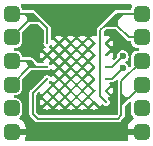
<source format=gbr>
%TF.GenerationSoftware,KiCad,Pcbnew,7.0.11*%
%TF.CreationDate,2024-12-11T11:32:47-03:00*%
%TF.ProjectId,Placa_SiPM,506c6163-615f-4536-9950-4d2e6b696361,rev?*%
%TF.SameCoordinates,Original*%
%TF.FileFunction,Copper,L1,Top*%
%TF.FilePolarity,Positive*%
%FSLAX46Y46*%
G04 Gerber Fmt 4.6, Leading zero omitted, Abs format (unit mm)*
G04 Created by KiCad (PCBNEW 7.0.11) date 2024-12-11 11:32:47*
%MOMM*%
%LPD*%
G01*
G04 APERTURE LIST*
G04 Aperture macros list*
%AMRoundRect*
0 Rectangle with rounded corners*
0 $1 Rounding radius*
0 $2 $3 $4 $5 $6 $7 $8 $9 X,Y pos of 4 corners*
0 Add a 4 corners polygon primitive as box body*
4,1,4,$2,$3,$4,$5,$6,$7,$8,$9,$2,$3,0*
0 Add four circle primitives for the rounded corners*
1,1,$1+$1,$2,$3*
1,1,$1+$1,$4,$5*
1,1,$1+$1,$6,$7*
1,1,$1+$1,$8,$9*
0 Add four rect primitives between the rounded corners*
20,1,$1+$1,$2,$3,$4,$5,0*
20,1,$1+$1,$4,$5,$6,$7,0*
20,1,$1+$1,$6,$7,$8,$9,0*
20,1,$1+$1,$8,$9,$2,$3,0*%
G04 Aperture macros list end*
%TA.AperFunction,SMDPad,CuDef*%
%ADD10C,0.203200*%
%TD*%
%TA.AperFunction,ComponentPad*%
%ADD11RoundRect,0.337500X-0.337500X-0.337500X0.337500X-0.337500X0.337500X0.337500X-0.337500X0.337500X0*%
%TD*%
%TA.AperFunction,ComponentPad*%
%ADD12RoundRect,0.337500X0.337500X0.337500X-0.337500X0.337500X-0.337500X-0.337500X0.337500X-0.337500X0*%
%TD*%
%TA.AperFunction,ViaPad*%
%ADD13C,0.600000*%
%TD*%
%TA.AperFunction,Conductor*%
%ADD14C,0.200000*%
%TD*%
G04 APERTURE END LIST*
D10*
%TO.P,U1,A1,CATHODE*%
%TO.N,Cat*%
X148000000Y-120500000D03*
%TO.P,U1,A2,NC*%
%TO.N,GND*%
X149000000Y-120500000D03*
%TO.P,U1,A3,NC*%
X150000000Y-120500000D03*
%TO.P,U1,A4,NC*%
X151000000Y-120500000D03*
%TO.P,U1,A5,NC*%
X152000000Y-120500000D03*
%TO.P,U1,A6,NC*%
X153000000Y-120500000D03*
%TO.P,U1,B1,NC*%
X148000000Y-121500000D03*
%TO.P,U1,B2,NC*%
X149000000Y-121500000D03*
%TO.P,U1,B3,NC*%
X150000000Y-121500000D03*
%TO.P,U1,B4,NC*%
X151000000Y-121500000D03*
%TO.P,U1,B5,NC*%
X152000000Y-121500000D03*
%TO.P,U1,B6,NC*%
X153000000Y-121500000D03*
%TO.P,U1,C1,ANODE*%
%TO.N,An*%
X148000000Y-122500000D03*
%TO.P,U1,C2,NC*%
%TO.N,GND*%
X149000000Y-122500000D03*
%TO.P,U1,C3,NC*%
X150000000Y-122500000D03*
%TO.P,U1,C4,NC*%
X151000000Y-122500000D03*
%TO.P,U1,C5,NC*%
X152000000Y-122500000D03*
%TO.P,U1,C6,FAST_OUTPUT*%
%TO.N,Fout*%
X153000000Y-122500000D03*
%TO.P,U1,D1,ANODE*%
%TO.N,An2*%
X148000000Y-123500000D03*
%TO.P,U1,D2,NC*%
%TO.N,GND*%
X149000000Y-123500000D03*
%TO.P,U1,D3,NC*%
X150000000Y-123500000D03*
%TO.P,U1,D4,NC*%
X151000000Y-123500000D03*
%TO.P,U1,D5,NC*%
X152000000Y-123500000D03*
%TO.P,U1,D6,FAST_OUTPUT*%
%TO.N,Fout2*%
X153000000Y-123500000D03*
%TO.P,U1,E1,NC*%
%TO.N,GND*%
X148000000Y-124500000D03*
%TO.P,U1,E2,NC*%
X149000000Y-124500000D03*
%TO.P,U1,E3,NC*%
X150000000Y-124500000D03*
%TO.P,U1,E4,NC*%
X151000000Y-124500000D03*
%TO.P,U1,E5,NC*%
X152000000Y-124500000D03*
%TO.P,U1,E6,NC*%
X153000000Y-124500000D03*
%TO.P,U1,F1,NC*%
X148000000Y-125500000D03*
%TO.P,U1,F2,NC*%
X149000000Y-125500000D03*
%TO.P,U1,F3,NC*%
X150000000Y-125500000D03*
%TO.P,U1,F4,NC*%
X151000000Y-125500000D03*
%TO.P,U1,F5,NC*%
X152000000Y-125500000D03*
%TO.P,U1,F6,CATHODE*%
%TO.N,Cat2*%
X153000000Y-125500000D03*
%TD*%
D11*
%TO.P,J1,1,Pin_1*%
%TO.N,Cat*%
X145000000Y-118000000D03*
%TO.P,J1,2,Pin_2*%
X145000000Y-120000000D03*
%TO.P,J1,3,Pin_3*%
%TO.N,An*%
X145000000Y-122000000D03*
%TO.P,J1,4,Pin_4*%
X145000000Y-124000000D03*
%TO.P,J1,5,Pin_5*%
%TO.N,Fout*%
X145000000Y-126000000D03*
%TO.P,J1,6,Pin_6*%
%TO.N,GND*%
X145000000Y-128000000D03*
%TD*%
D12*
%TO.P,J2,1,Pin_1*%
%TO.N,GND*%
X156000000Y-128000000D03*
%TO.P,J2,2,Pin_2*%
%TO.N,Fout2*%
X156000000Y-126000000D03*
%TO.P,J2,3,Pin_3*%
%TO.N,An2*%
X156000000Y-124000000D03*
%TO.P,J2,4,Pin_4*%
X156000000Y-122000000D03*
%TO.P,J2,5,Pin_5*%
%TO.N,Cat2*%
X156000000Y-120000000D03*
%TO.P,J2,6,Pin_6*%
X156000000Y-118000000D03*
%TD*%
D13*
%TO.N,Fout*%
X154400000Y-121600000D03*
%TO.N,GND*%
X150300000Y-118600000D03*
X148900000Y-127600000D03*
X151500000Y-118000000D03*
X149900000Y-118000000D03*
X149700000Y-128400000D03*
X152100000Y-127600000D03*
X149500000Y-118600000D03*
X150700000Y-118000000D03*
X148900000Y-128400000D03*
X148700000Y-118600000D03*
X149100000Y-118000000D03*
X148300000Y-118000000D03*
X151900000Y-118600000D03*
X151100000Y-118600000D03*
X150500000Y-128400000D03*
X155100000Y-121000000D03*
X151300000Y-128400000D03*
X152100000Y-128400000D03*
X152300000Y-118000000D03*
%TO.N,Fout2*%
X154400000Y-122600000D03*
%TD*%
D14*
%TO.N,Cat*%
X146100000Y-118000000D02*
X145000000Y-118000000D01*
X148000000Y-120500000D02*
X148000000Y-119200000D01*
X146800000Y-118000000D02*
X146100000Y-118000000D01*
X146400000Y-118300000D02*
X146100000Y-118000000D01*
X146400000Y-118600000D02*
X145000000Y-120000000D01*
X147400000Y-118600000D02*
X146800000Y-118000000D01*
X146400000Y-118600000D02*
X146400000Y-118300000D01*
X147400000Y-118600000D02*
X146400000Y-118600000D01*
X148000000Y-119200000D02*
X147400000Y-118600000D01*
%TO.N,An*%
X146800000Y-122500000D02*
X146700000Y-122500000D01*
X146500000Y-122500000D02*
X146500000Y-122300000D01*
X146500000Y-122300000D02*
X146200000Y-122000000D01*
X146600000Y-122000000D02*
X146400000Y-122000000D01*
X146500000Y-122500000D02*
X145000000Y-124000000D01*
X146400000Y-122000000D02*
X146200000Y-122000000D01*
X146200000Y-122000000D02*
X145000000Y-122000000D01*
X147100000Y-122500000D02*
X146600000Y-122000000D01*
X146700000Y-122500000D02*
X146500000Y-122500000D01*
X147100000Y-122500000D02*
X146900000Y-122500000D01*
X146900000Y-122500000D02*
X146800000Y-122500000D01*
X148000000Y-122500000D02*
X147100000Y-122500000D01*
%TO.N,Fout*%
X153500000Y-122500000D02*
X154400000Y-121600000D01*
X153000000Y-122500000D02*
X153500000Y-122500000D01*
%TO.N,Fout2*%
X153500000Y-123500000D02*
X154400000Y-122600000D01*
X153000000Y-123500000D02*
X153500000Y-123500000D01*
%TO.N,An2*%
X156000000Y-122000000D02*
X154300000Y-123700000D01*
X146800000Y-126500000D02*
X147200000Y-126900000D01*
X154900000Y-125100000D02*
X154600000Y-125100000D01*
X154300000Y-126600000D02*
X154300000Y-125700000D01*
X154300000Y-124800000D02*
X154600000Y-125100000D01*
X148000000Y-123500000D02*
X146800000Y-124700000D01*
X154000000Y-126900000D02*
X154300000Y-126600000D01*
X154300000Y-125400000D02*
X154300000Y-125700000D01*
X154300000Y-125200000D02*
X154300000Y-125400000D01*
X146800000Y-124700000D02*
X146800000Y-126500000D01*
X154300000Y-123700000D02*
X154300000Y-124800000D01*
X154300000Y-124800000D02*
X154300000Y-125000000D01*
X154900000Y-125100000D02*
X154750000Y-125250000D01*
X147200000Y-126900000D02*
X154000000Y-126900000D01*
X156000000Y-124000000D02*
X154900000Y-125100000D01*
X154300000Y-125000000D02*
X154300000Y-125200000D01*
X154750000Y-125250000D02*
X154300000Y-125700000D01*
%TO.N,Cat2*%
X154900000Y-120000000D02*
X153900000Y-119000000D01*
X153900000Y-119000000D02*
X152900000Y-119000000D01*
X153900000Y-118500000D02*
X154400000Y-118000000D01*
X152500000Y-125000000D02*
X152500000Y-119400000D01*
X153900000Y-118000000D02*
X153900000Y-118500000D01*
X153000000Y-125500000D02*
X152500000Y-125000000D01*
X153900000Y-118500000D02*
X153900000Y-119000000D01*
X152500000Y-119400000D02*
X152900000Y-119000000D01*
X152900000Y-119000000D02*
X153900000Y-118000000D01*
X153900000Y-118000000D02*
X154400000Y-118000000D01*
X154400000Y-118000000D02*
X156000000Y-118000000D01*
X156000000Y-120000000D02*
X154900000Y-120000000D01*
%TD*%
%TA.AperFunction,Conductor*%
%TO.N,An2*%
G36*
X154510203Y-125010649D02*
G01*
X154516681Y-125016681D01*
X154600000Y-125100000D01*
X154600001Y-125100000D01*
X154615671Y-125106491D01*
X154660604Y-125119685D01*
X154706359Y-125172489D01*
X154716303Y-125241647D01*
X154687278Y-125305203D01*
X154681246Y-125311681D01*
X154516681Y-125476246D01*
X154455358Y-125509731D01*
X154385666Y-125504747D01*
X154329733Y-125462875D01*
X154305316Y-125397411D01*
X154305000Y-125388565D01*
X154305000Y-125104362D01*
X154324685Y-125037323D01*
X154377489Y-124991568D01*
X154446647Y-124981624D01*
X154510203Y-125010649D01*
G37*
%TD.AperFunction*%
%TD*%
%TA.AperFunction,Conductor*%
%TO.N,Cat*%
G36*
X146814318Y-118024685D02*
G01*
X146840756Y-118047820D01*
X146840828Y-118047754D01*
X146841446Y-118048424D01*
X146841781Y-118048717D01*
X146842544Y-118049615D01*
X146842549Y-118049620D01*
X147176247Y-118383319D01*
X147209732Y-118444642D01*
X147204748Y-118514334D01*
X147162876Y-118570267D01*
X147097412Y-118594684D01*
X147088566Y-118595000D01*
X146565468Y-118595000D01*
X146541518Y-118595940D01*
X146533727Y-118596554D01*
X146465350Y-118582189D01*
X146415594Y-118533137D01*
X146400000Y-118472936D01*
X146400000Y-118300000D01*
X146316681Y-118216681D01*
X146283196Y-118155358D01*
X146288180Y-118085666D01*
X146330052Y-118029733D01*
X146395516Y-118005316D01*
X146404362Y-118005000D01*
X146747279Y-118005000D01*
X146814318Y-118024685D01*
G37*
%TD.AperFunction*%
%TD*%
%TA.AperFunction,Conductor*%
%TO.N,GND*%
G36*
X155196520Y-117219407D02*
G01*
X155232484Y-117268907D01*
X155232484Y-117330093D01*
X155217213Y-117359319D01*
X155189138Y-117396341D01*
X155134883Y-117533920D01*
X155125470Y-117612305D01*
X155099759Y-117667826D01*
X155046324Y-117697631D01*
X155027176Y-117699500D01*
X154465165Y-117699500D01*
X154451489Y-117697267D01*
X154451318Y-117698494D01*
X154442234Y-117697226D01*
X154395359Y-117699394D01*
X154390787Y-117699500D01*
X153965170Y-117699500D01*
X153951489Y-117697267D01*
X153951318Y-117698493D01*
X153935260Y-117696252D01*
X153928207Y-117695599D01*
X153890662Y-117699078D01*
X153881528Y-117699500D01*
X153872156Y-117699500D01*
X153872151Y-117699500D01*
X153872149Y-117699501D01*
X153872016Y-117699526D01*
X153858430Y-117701100D01*
X153834450Y-117702209D01*
X153830009Y-117702415D01*
X153830007Y-117702415D01*
X153823138Y-117704030D01*
X153816333Y-117705967D01*
X153815924Y-117706171D01*
X153790015Y-117714855D01*
X153789567Y-117714938D01*
X153789564Y-117714939D01*
X153765382Y-117729912D01*
X153753258Y-117736303D01*
X153727232Y-117747794D01*
X153721432Y-117751767D01*
X153715769Y-117756044D01*
X153715468Y-117756375D01*
X153694436Y-117773840D01*
X153694049Y-117774079D01*
X153676907Y-117796778D01*
X153667909Y-117807118D01*
X152727235Y-118747793D01*
X152727229Y-118747799D01*
X152720280Y-118754747D01*
X152702404Y-118768905D01*
X152694050Y-118774078D01*
X152676907Y-118796778D01*
X152667909Y-118807117D01*
X152333592Y-119141435D01*
X152322361Y-119149550D01*
X152323090Y-119150515D01*
X152315771Y-119156041D01*
X152284141Y-119190737D01*
X152280989Y-119194038D01*
X152267830Y-119207198D01*
X152267818Y-119207212D01*
X152267749Y-119207314D01*
X152259255Y-119218035D01*
X152240083Y-119239066D01*
X152240083Y-119239067D01*
X152236529Y-119248240D01*
X152225896Y-119268412D01*
X152220346Y-119276515D01*
X152220341Y-119276524D01*
X152213830Y-119304206D01*
X152209777Y-119317296D01*
X152199501Y-119343823D01*
X152199500Y-119343829D01*
X152199500Y-119353651D01*
X152196870Y-119376318D01*
X152194621Y-119385879D01*
X152198551Y-119414053D01*
X152199500Y-119427730D01*
X152199500Y-119806585D01*
X152180593Y-119864776D01*
X152131093Y-119900740D01*
X152087579Y-119904738D01*
X152000002Y-119893209D01*
X151999999Y-119893209D01*
X151842952Y-119913884D01*
X151696602Y-119974505D01*
X151652233Y-120008549D01*
X151652233Y-120008550D01*
X151999999Y-120356316D01*
X152000000Y-120356316D01*
X152073680Y-120429996D01*
X152101457Y-120484513D01*
X152091886Y-120544945D01*
X152073680Y-120570004D01*
X151652234Y-120991449D01*
X151652370Y-120993525D01*
X151652370Y-121006473D01*
X151652233Y-121008549D01*
X151999999Y-121356316D01*
X152000000Y-121356316D01*
X152073680Y-121429996D01*
X152101457Y-121484513D01*
X152091886Y-121544945D01*
X152073680Y-121570004D01*
X151652234Y-121991449D01*
X151652370Y-121993525D01*
X151652370Y-122006473D01*
X151652233Y-122008549D01*
X151999999Y-122356316D01*
X152000000Y-122356316D01*
X152073680Y-122429996D01*
X152101457Y-122484513D01*
X152091886Y-122544945D01*
X152073680Y-122570004D01*
X151652234Y-122991449D01*
X151652370Y-122993525D01*
X151652370Y-123006473D01*
X151652233Y-123008549D01*
X151999999Y-123356316D01*
X152000000Y-123356316D01*
X152073680Y-123429996D01*
X152101457Y-123484513D01*
X152091886Y-123544945D01*
X152073680Y-123570004D01*
X151652234Y-123991449D01*
X151652370Y-123993525D01*
X151652370Y-124006473D01*
X151652233Y-124008549D01*
X151999999Y-124356316D01*
X152000000Y-124356316D01*
X152073680Y-124429996D01*
X152101457Y-124484513D01*
X152091886Y-124544945D01*
X152073680Y-124570004D01*
X151652234Y-124991449D01*
X151652370Y-124993525D01*
X151652370Y-125006473D01*
X151652233Y-125008549D01*
X151999999Y-125356316D01*
X152000000Y-125356316D01*
X152491449Y-125847764D01*
X152525496Y-125803395D01*
X152525498Y-125803391D01*
X152572166Y-125690724D01*
X152611902Y-125644198D01*
X152671397Y-125629914D01*
X152727925Y-125653328D01*
X152733634Y-125658605D01*
X152745953Y-125670924D01*
X152761684Y-125691425D01*
X152765008Y-125697182D01*
X152846620Y-125765662D01*
X152855062Y-125768734D01*
X152875034Y-125779001D01*
X152876514Y-125779654D01*
X152876516Y-125779654D01*
X152876520Y-125779657D01*
X152895007Y-125784004D01*
X152906176Y-125787338D01*
X152946732Y-125802100D01*
X152960453Y-125802100D01*
X152983121Y-125804730D01*
X152983615Y-125804846D01*
X152985881Y-125805379D01*
X153000685Y-125803313D01*
X153002585Y-125803049D01*
X153016261Y-125802100D01*
X153053266Y-125802100D01*
X153053268Y-125802100D01*
X153070712Y-125795750D01*
X153090895Y-125790729D01*
X153097151Y-125789857D01*
X153109585Y-125782930D01*
X153123873Y-125776401D01*
X153153380Y-125765662D01*
X153171411Y-125750531D01*
X153186870Y-125739884D01*
X153195299Y-125735190D01*
X153202478Y-125726543D01*
X153215003Y-125713953D01*
X153234992Y-125697182D01*
X153249341Y-125672326D01*
X153258913Y-125658582D01*
X153260189Y-125657045D01*
X153267071Y-125648758D01*
X153269615Y-125641166D01*
X153277746Y-125623126D01*
X153288260Y-125604918D01*
X153294189Y-125571287D01*
X153297814Y-125557030D01*
X153302773Y-125542236D01*
X153302560Y-125537644D01*
X153303958Y-125515886D01*
X153306760Y-125500000D01*
X153299813Y-125460604D01*
X153298416Y-125448002D01*
X153297585Y-125430009D01*
X153297160Y-125429048D01*
X153290229Y-125406254D01*
X153288260Y-125395082D01*
X153265878Y-125356315D01*
X153265009Y-125354809D01*
X153260180Y-125345295D01*
X153259532Y-125343827D01*
X153252206Y-125327235D01*
X153252205Y-125327234D01*
X153252205Y-125327233D01*
X153248648Y-125322040D01*
X153238311Y-125308567D01*
X153234991Y-125302817D01*
X153193539Y-125268034D01*
X153187171Y-125262200D01*
X153158605Y-125233634D01*
X153130828Y-125179117D01*
X153140399Y-125118685D01*
X153183664Y-125075420D01*
X153190724Y-125072166D01*
X153303391Y-125025498D01*
X153303395Y-125025496D01*
X153347764Y-124991449D01*
X152926319Y-124570004D01*
X152898542Y-124515487D01*
X152900995Y-124499999D01*
X153143684Y-124499999D01*
X153491449Y-124847764D01*
X153525496Y-124803395D01*
X153525498Y-124803391D01*
X153586113Y-124657053D01*
X153586115Y-124657045D01*
X153606791Y-124500000D01*
X153606791Y-124499999D01*
X153586115Y-124342951D01*
X153525496Y-124196606D01*
X153491448Y-124152234D01*
X153143684Y-124499999D01*
X152900995Y-124499999D01*
X152908113Y-124455055D01*
X152926320Y-124429996D01*
X153000001Y-124356316D01*
X153347764Y-124008550D01*
X153308006Y-123978042D01*
X153273351Y-123927617D01*
X153274953Y-123866453D01*
X153312200Y-123817911D01*
X153368274Y-123800500D01*
X153434836Y-123800500D01*
X153448511Y-123802732D01*
X153448683Y-123801506D01*
X153457764Y-123802772D01*
X153457765Y-123802773D01*
X153457765Y-123802772D01*
X153457766Y-123802773D01*
X153504642Y-123800606D01*
X153509214Y-123800500D01*
X153527842Y-123800500D01*
X153527844Y-123800500D01*
X153527948Y-123800480D01*
X153541571Y-123798898D01*
X153569992Y-123797585D01*
X153578976Y-123793617D01*
X153600777Y-123786865D01*
X153610433Y-123785061D01*
X153634618Y-123770086D01*
X153646728Y-123763701D01*
X153672765Y-123752206D01*
X153679709Y-123745260D01*
X153697601Y-123731089D01*
X153705952Y-123725919D01*
X153723089Y-123703223D01*
X153732082Y-123692887D01*
X153827168Y-123597801D01*
X153881683Y-123570026D01*
X153942115Y-123579597D01*
X153985380Y-123622862D01*
X153993900Y-123676662D01*
X153995044Y-123676715D01*
X153994787Y-123682262D01*
X153994951Y-123683294D01*
X153994675Y-123684698D01*
X153994620Y-123685876D01*
X153998551Y-123714053D01*
X153999500Y-123727730D01*
X153999500Y-124734835D01*
X153997280Y-124748513D01*
X153998494Y-124748683D01*
X153997226Y-124757766D01*
X153999394Y-124804641D01*
X153999500Y-124809213D01*
X153999500Y-125653651D01*
X153996870Y-125676318D01*
X153995972Y-125680139D01*
X153994621Y-125685881D01*
X153998536Y-125713949D01*
X153998551Y-125714053D01*
X153999500Y-125727730D01*
X153999500Y-126434521D01*
X153980593Y-126492712D01*
X153970504Y-126504525D01*
X153904525Y-126570504D01*
X153850008Y-126598281D01*
X153834521Y-126599500D01*
X147365480Y-126599500D01*
X147307289Y-126580593D01*
X147295476Y-126570504D01*
X147129496Y-126404524D01*
X147101719Y-126350007D01*
X147100500Y-126334520D01*
X147100500Y-125991449D01*
X147652233Y-125991449D01*
X147696601Y-126025494D01*
X147696606Y-126025497D01*
X147842946Y-126086113D01*
X147842954Y-126086115D01*
X147999999Y-126106791D01*
X148000001Y-126106791D01*
X148157045Y-126086115D01*
X148157053Y-126086113D01*
X148303391Y-126025498D01*
X148303395Y-126025496D01*
X148347764Y-125991449D01*
X148652233Y-125991449D01*
X148696601Y-126025494D01*
X148696606Y-126025497D01*
X148842946Y-126086113D01*
X148842954Y-126086115D01*
X148999999Y-126106791D01*
X149000001Y-126106791D01*
X149157045Y-126086115D01*
X149157053Y-126086113D01*
X149303391Y-126025498D01*
X149303395Y-126025496D01*
X149347764Y-125991449D01*
X149652233Y-125991449D01*
X149696601Y-126025494D01*
X149696606Y-126025497D01*
X149842946Y-126086113D01*
X149842954Y-126086115D01*
X149999999Y-126106791D01*
X150000001Y-126106791D01*
X150157045Y-126086115D01*
X150157053Y-126086113D01*
X150303391Y-126025498D01*
X150303395Y-126025496D01*
X150347764Y-125991449D01*
X150652233Y-125991449D01*
X150696601Y-126025494D01*
X150696606Y-126025497D01*
X150842946Y-126086113D01*
X150842954Y-126086115D01*
X150999999Y-126106791D01*
X151000001Y-126106791D01*
X151157045Y-126086115D01*
X151157053Y-126086113D01*
X151303391Y-126025498D01*
X151303395Y-126025496D01*
X151347764Y-125991449D01*
X151652233Y-125991449D01*
X151696601Y-126025494D01*
X151696606Y-126025497D01*
X151842946Y-126086113D01*
X151842954Y-126086115D01*
X151999999Y-126106791D01*
X152000001Y-126106791D01*
X152157045Y-126086115D01*
X152157053Y-126086113D01*
X152303391Y-126025498D01*
X152303395Y-126025496D01*
X152347764Y-125991449D01*
X151999999Y-125643684D01*
X151652233Y-125991448D01*
X151652233Y-125991449D01*
X151347764Y-125991449D01*
X150999999Y-125643684D01*
X150652233Y-125991448D01*
X150652233Y-125991449D01*
X150347764Y-125991449D01*
X149999999Y-125643684D01*
X149652233Y-125991448D01*
X149652233Y-125991449D01*
X149347764Y-125991449D01*
X148999999Y-125643684D01*
X148652233Y-125991448D01*
X148652233Y-125991449D01*
X148347764Y-125991449D01*
X147999999Y-125643684D01*
X147652233Y-125991448D01*
X147652233Y-125991449D01*
X147100500Y-125991449D01*
X147100500Y-125500000D01*
X147393209Y-125500000D01*
X147413884Y-125657045D01*
X147413886Y-125657053D01*
X147474502Y-125803393D01*
X147474505Y-125803398D01*
X147508549Y-125847764D01*
X147508550Y-125847764D01*
X147856315Y-125500000D01*
X147856314Y-125499999D01*
X148143684Y-125499999D01*
X148491450Y-125847765D01*
X148493531Y-125847629D01*
X148506476Y-125847629D01*
X148508550Y-125847764D01*
X148856315Y-125500000D01*
X148856314Y-125499999D01*
X149143684Y-125499999D01*
X149491450Y-125847765D01*
X149493531Y-125847629D01*
X149506476Y-125847629D01*
X149508550Y-125847764D01*
X149856315Y-125500000D01*
X149856314Y-125499999D01*
X150143684Y-125499999D01*
X150491450Y-125847765D01*
X150493531Y-125847629D01*
X150506476Y-125847629D01*
X150508550Y-125847764D01*
X150856315Y-125500000D01*
X150856314Y-125499999D01*
X151143684Y-125499999D01*
X151491450Y-125847765D01*
X151493531Y-125847629D01*
X151506476Y-125847629D01*
X151508550Y-125847764D01*
X151856315Y-125500000D01*
X151508548Y-125152233D01*
X151506473Y-125152370D01*
X151493525Y-125152370D01*
X151491449Y-125152233D01*
X151143684Y-125499999D01*
X150856314Y-125499999D01*
X150508548Y-125152233D01*
X150506473Y-125152370D01*
X150493525Y-125152370D01*
X150491449Y-125152233D01*
X150143684Y-125499999D01*
X149856314Y-125499999D01*
X149508548Y-125152233D01*
X149506473Y-125152370D01*
X149493525Y-125152370D01*
X149491449Y-125152233D01*
X149143684Y-125499999D01*
X148856314Y-125499999D01*
X148508548Y-125152233D01*
X148506473Y-125152370D01*
X148493525Y-125152370D01*
X148491449Y-125152233D01*
X148143684Y-125499999D01*
X147856314Y-125499999D01*
X147508549Y-125152234D01*
X147474505Y-125196602D01*
X147413884Y-125342952D01*
X147393209Y-125499999D01*
X147393209Y-125500000D01*
X147100500Y-125500000D01*
X147100500Y-125008548D01*
X147652233Y-125008548D01*
X148000000Y-125356315D01*
X148347765Y-125008549D01*
X148347765Y-125008548D01*
X148652233Y-125008548D01*
X149000000Y-125356315D01*
X149347765Y-125008549D01*
X149347765Y-125008548D01*
X149652233Y-125008548D01*
X150000000Y-125356315D01*
X150347765Y-125008549D01*
X150347765Y-125008548D01*
X150652233Y-125008548D01*
X151000000Y-125356315D01*
X151347765Y-125008549D01*
X151347629Y-125006473D01*
X151347629Y-124993529D01*
X151347765Y-124991450D01*
X150999999Y-124643684D01*
X150652233Y-124991449D01*
X150652370Y-124993525D01*
X150652370Y-125006473D01*
X150652233Y-125008548D01*
X150347765Y-125008548D01*
X150347629Y-125006473D01*
X150347629Y-124993529D01*
X150347765Y-124991450D01*
X149999999Y-124643684D01*
X149652233Y-124991449D01*
X149652370Y-124993525D01*
X149652370Y-125006473D01*
X149652233Y-125008548D01*
X149347765Y-125008548D01*
X149347629Y-125006473D01*
X149347629Y-124993529D01*
X149347765Y-124991450D01*
X148999999Y-124643684D01*
X148652233Y-124991449D01*
X148652370Y-124993525D01*
X148652370Y-125006473D01*
X148652233Y-125008548D01*
X148347765Y-125008548D01*
X148347629Y-125006473D01*
X148347629Y-124993529D01*
X148347765Y-124991450D01*
X147999999Y-124643684D01*
X147652233Y-124991449D01*
X147652370Y-124993525D01*
X147652370Y-125006473D01*
X147652233Y-125008548D01*
X147100500Y-125008548D01*
X147100500Y-124865477D01*
X147119407Y-124807286D01*
X147129484Y-124795486D01*
X147266368Y-124658602D01*
X147320882Y-124630827D01*
X147381314Y-124640398D01*
X147424579Y-124683663D01*
X147427833Y-124690723D01*
X147474502Y-124803393D01*
X147474505Y-124803398D01*
X147508549Y-124847764D01*
X147508550Y-124847764D01*
X147856317Y-124499999D01*
X148143684Y-124499999D01*
X148491450Y-124847765D01*
X148493531Y-124847629D01*
X148506476Y-124847629D01*
X148508550Y-124847764D01*
X148856315Y-124500000D01*
X148856314Y-124499999D01*
X149143684Y-124499999D01*
X149491450Y-124847765D01*
X149493531Y-124847629D01*
X149506476Y-124847629D01*
X149508550Y-124847764D01*
X149856315Y-124500000D01*
X149856314Y-124499999D01*
X150143684Y-124499999D01*
X150491450Y-124847765D01*
X150493531Y-124847629D01*
X150506476Y-124847629D01*
X150508550Y-124847764D01*
X150856315Y-124500000D01*
X150856314Y-124499999D01*
X151143684Y-124499999D01*
X151491450Y-124847765D01*
X151493531Y-124847629D01*
X151506476Y-124847629D01*
X151508550Y-124847764D01*
X151856315Y-124500000D01*
X151508548Y-124152233D01*
X151506473Y-124152370D01*
X151493525Y-124152370D01*
X151491449Y-124152233D01*
X151143684Y-124499999D01*
X150856314Y-124499999D01*
X150508548Y-124152233D01*
X150506473Y-124152370D01*
X150493525Y-124152370D01*
X150491449Y-124152233D01*
X150143684Y-124499999D01*
X149856314Y-124499999D01*
X149508548Y-124152233D01*
X149506473Y-124152370D01*
X149493525Y-124152370D01*
X149491449Y-124152233D01*
X149143684Y-124499999D01*
X148856314Y-124499999D01*
X148508548Y-124152233D01*
X148506473Y-124152370D01*
X148493525Y-124152370D01*
X148491449Y-124152233D01*
X148143684Y-124499999D01*
X147856317Y-124499999D01*
X148000001Y-124356316D01*
X148347764Y-124008550D01*
X148347764Y-124008549D01*
X148347763Y-124008548D01*
X148652233Y-124008548D01*
X149000000Y-124356315D01*
X149347765Y-124008549D01*
X149347765Y-124008548D01*
X149652233Y-124008548D01*
X150000000Y-124356315D01*
X150347765Y-124008549D01*
X150347765Y-124008548D01*
X150652233Y-124008548D01*
X151000000Y-124356315D01*
X151347765Y-124008549D01*
X151347629Y-124006473D01*
X151347629Y-123993529D01*
X151347765Y-123991450D01*
X150999999Y-123643684D01*
X150652233Y-123991449D01*
X150652370Y-123993525D01*
X150652370Y-124006473D01*
X150652233Y-124008548D01*
X150347765Y-124008548D01*
X150347629Y-124006473D01*
X150347629Y-123993529D01*
X150347765Y-123991450D01*
X149999999Y-123643684D01*
X149652233Y-123991449D01*
X149652370Y-123993525D01*
X149652370Y-124006473D01*
X149652233Y-124008548D01*
X149347765Y-124008548D01*
X149347629Y-124006473D01*
X149347629Y-123993529D01*
X149347765Y-123991450D01*
X148999999Y-123643684D01*
X148652233Y-123991449D01*
X148652370Y-123993525D01*
X148652370Y-124006473D01*
X148652233Y-124008548D01*
X148347763Y-124008548D01*
X148303398Y-123974505D01*
X148303395Y-123974503D01*
X148190721Y-123927832D01*
X148144196Y-123888095D01*
X148129912Y-123828600D01*
X148153327Y-123772072D01*
X148158580Y-123766389D01*
X148187182Y-123737787D01*
X148193524Y-123731975D01*
X148234992Y-123697182D01*
X148248456Y-123673859D01*
X148293923Y-123632918D01*
X148354773Y-123626519D01*
X148407762Y-123657110D01*
X148425658Y-123685472D01*
X148474502Y-123803393D01*
X148474505Y-123803398D01*
X148508549Y-123847764D01*
X148508550Y-123847764D01*
X148856315Y-123500000D01*
X148856314Y-123499999D01*
X149143684Y-123499999D01*
X149491450Y-123847765D01*
X149493531Y-123847629D01*
X149506476Y-123847629D01*
X149508550Y-123847764D01*
X149856315Y-123500000D01*
X149856314Y-123499999D01*
X150143684Y-123499999D01*
X150491450Y-123847765D01*
X150493531Y-123847629D01*
X150506476Y-123847629D01*
X150508550Y-123847764D01*
X150856315Y-123500000D01*
X150856314Y-123499999D01*
X151143684Y-123499999D01*
X151491450Y-123847765D01*
X151493531Y-123847629D01*
X151506476Y-123847629D01*
X151508550Y-123847764D01*
X151856315Y-123500000D01*
X151508548Y-123152233D01*
X151506473Y-123152370D01*
X151493525Y-123152370D01*
X151491449Y-123152233D01*
X151143684Y-123499999D01*
X150856314Y-123499999D01*
X150508548Y-123152233D01*
X150506473Y-123152370D01*
X150493525Y-123152370D01*
X150491449Y-123152233D01*
X150143684Y-123499999D01*
X149856314Y-123499999D01*
X149508548Y-123152233D01*
X149506473Y-123152370D01*
X149493525Y-123152370D01*
X149491449Y-123152233D01*
X149143684Y-123499999D01*
X148856314Y-123499999D01*
X148508549Y-123152234D01*
X148474505Y-123196602D01*
X148425658Y-123314527D01*
X148385921Y-123361053D01*
X148326426Y-123375336D01*
X148269898Y-123351921D01*
X148248457Y-123326140D01*
X148234993Y-123302819D01*
X148234992Y-123302818D01*
X148153380Y-123234338D01*
X148153377Y-123234337D01*
X148153376Y-123234336D01*
X148053270Y-123197900D01*
X148052839Y-123197824D01*
X148043431Y-123197171D01*
X148029970Y-123197794D01*
X148025397Y-123197900D01*
X147946732Y-123197900D01*
X147946731Y-123197900D01*
X147946198Y-123197994D01*
X147936525Y-123200881D01*
X147930010Y-123202413D01*
X147912760Y-123210030D01*
X147906636Y-123212493D01*
X147874806Y-123224079D01*
X147846620Y-123234338D01*
X147846619Y-123234338D01*
X147846616Y-123234340D01*
X147845074Y-123235635D01*
X147834526Y-123242203D01*
X147834804Y-123242608D01*
X147827235Y-123247793D01*
X147812821Y-123262205D01*
X147806462Y-123268032D01*
X147765007Y-123302818D01*
X147765006Y-123302819D01*
X147761681Y-123308578D01*
X147745954Y-123329073D01*
X146633590Y-124441437D01*
X146622361Y-124449550D01*
X146623090Y-124450515D01*
X146615771Y-124456041D01*
X146584141Y-124490737D01*
X146580989Y-124494038D01*
X146567830Y-124507198D01*
X146567818Y-124507212D01*
X146567749Y-124507314D01*
X146559255Y-124518035D01*
X146540083Y-124539066D01*
X146540083Y-124539067D01*
X146536529Y-124548240D01*
X146525896Y-124568412D01*
X146520346Y-124576515D01*
X146520341Y-124576524D01*
X146513830Y-124604206D01*
X146509777Y-124617296D01*
X146499501Y-124643823D01*
X146499500Y-124643829D01*
X146499500Y-124653651D01*
X146496870Y-124676318D01*
X146495143Y-124683663D01*
X146494621Y-124685881D01*
X146497222Y-124704525D01*
X146498551Y-124714053D01*
X146499500Y-124727730D01*
X146499500Y-126434835D01*
X146497280Y-126448513D01*
X146498494Y-126448683D01*
X146497226Y-126457766D01*
X146499394Y-126504641D01*
X146499500Y-126509213D01*
X146499500Y-126527844D01*
X146499522Y-126527966D01*
X146501101Y-126541577D01*
X146502414Y-126569987D01*
X146502415Y-126569994D01*
X146506384Y-126578982D01*
X146513132Y-126600772D01*
X146514939Y-126610433D01*
X146523140Y-126623678D01*
X146529912Y-126634617D01*
X146536301Y-126646738D01*
X146541460Y-126658420D01*
X146547794Y-126672765D01*
X146554745Y-126679716D01*
X146568907Y-126697596D01*
X146574081Y-126705952D01*
X146596781Y-126723094D01*
X146607117Y-126732088D01*
X146941436Y-127066407D01*
X146949537Y-127077647D01*
X146950516Y-127076909D01*
X146956044Y-127084230D01*
X146990724Y-127115845D01*
X146994032Y-127119003D01*
X147007203Y-127132174D01*
X147007295Y-127132237D01*
X147018042Y-127140750D01*
X147039064Y-127159914D01*
X147039065Y-127159914D01*
X147039067Y-127159916D01*
X147048230Y-127163466D01*
X147068416Y-127174105D01*
X147076519Y-127179656D01*
X147104215Y-127186170D01*
X147117293Y-127190220D01*
X147143827Y-127200500D01*
X147153652Y-127200500D01*
X147176316Y-127203129D01*
X147185881Y-127205379D01*
X147213645Y-127201506D01*
X147214054Y-127201449D01*
X147227731Y-127200500D01*
X153934836Y-127200500D01*
X153948511Y-127202732D01*
X153948683Y-127201506D01*
X153957764Y-127202772D01*
X153957765Y-127202773D01*
X153957765Y-127202772D01*
X153957766Y-127202773D01*
X154004642Y-127200606D01*
X154009214Y-127200500D01*
X154027842Y-127200500D01*
X154027844Y-127200500D01*
X154027948Y-127200480D01*
X154041571Y-127198898D01*
X154069992Y-127197585D01*
X154078976Y-127193617D01*
X154100777Y-127186865D01*
X154110433Y-127185061D01*
X154134618Y-127170086D01*
X154146728Y-127163701D01*
X154172765Y-127152206D01*
X154179709Y-127145260D01*
X154197601Y-127131089D01*
X154205952Y-127125919D01*
X154223089Y-127103223D01*
X154232082Y-127092887D01*
X154466405Y-126858564D01*
X154477664Y-126850493D01*
X154476905Y-126849487D01*
X154484221Y-126843961D01*
X154484228Y-126843958D01*
X154515877Y-126809239D01*
X154518995Y-126805974D01*
X154532174Y-126792797D01*
X154532238Y-126792702D01*
X154540753Y-126781953D01*
X154559916Y-126760933D01*
X154563465Y-126751770D01*
X154574106Y-126731582D01*
X154579656Y-126723481D01*
X154586169Y-126695785D01*
X154590220Y-126682706D01*
X154600500Y-126656173D01*
X154600500Y-126646348D01*
X154603129Y-126623683D01*
X154605379Y-126614119D01*
X154601449Y-126585944D01*
X154600500Y-126572268D01*
X154600500Y-125865478D01*
X154619407Y-125807287D01*
X154629496Y-125795475D01*
X154795057Y-125629914D01*
X154965731Y-125459239D01*
X155020246Y-125431463D01*
X155080678Y-125441034D01*
X155123943Y-125484299D01*
X155134027Y-125541048D01*
X155124500Y-125620377D01*
X155124500Y-126379620D01*
X155134883Y-126466079D01*
X155180042Y-126580593D01*
X155189138Y-126603658D01*
X155278500Y-126721500D01*
X155278504Y-126721503D01*
X155278506Y-126721505D01*
X155307903Y-126743797D01*
X155342846Y-126794023D01*
X155341593Y-126855195D01*
X155304624Y-126903948D01*
X155292073Y-126911372D01*
X155208789Y-126952677D01*
X155208784Y-126952680D01*
X155066812Y-127066800D01*
X155066800Y-127066812D01*
X154952680Y-127208784D01*
X154952675Y-127208792D01*
X154871741Y-127371982D01*
X154871738Y-127371988D01*
X154827774Y-127548769D01*
X154827773Y-127548774D01*
X154825000Y-127589661D01*
X154825000Y-127749999D01*
X154825001Y-127750000D01*
X155684314Y-127750000D01*
X155672359Y-127761955D01*
X155614835Y-127874852D01*
X155595014Y-128000000D01*
X155614835Y-128125148D01*
X155672359Y-128238045D01*
X155684314Y-128250000D01*
X154825002Y-128250000D01*
X154825001Y-128250001D01*
X154825001Y-128410340D01*
X154827774Y-128451227D01*
X154871738Y-128628012D01*
X154871739Y-128628014D01*
X154885874Y-128656514D01*
X154894790Y-128717046D01*
X154866423Y-128771258D01*
X154811608Y-128798443D01*
X154797182Y-128799500D01*
X146202818Y-128799500D01*
X146144627Y-128780593D01*
X146108663Y-128731093D01*
X146108663Y-128669907D01*
X146114126Y-128656514D01*
X146128260Y-128628014D01*
X146128261Y-128628011D01*
X146172225Y-128451230D01*
X146172226Y-128451225D01*
X146174999Y-128410338D01*
X146175000Y-128410319D01*
X146175000Y-128250001D01*
X146174999Y-128250000D01*
X145315686Y-128250000D01*
X145327641Y-128238045D01*
X145385165Y-128125148D01*
X145404986Y-128000000D01*
X145385165Y-127874852D01*
X145327641Y-127761955D01*
X145315686Y-127750000D01*
X146174998Y-127750000D01*
X146174999Y-127749999D01*
X146174999Y-127589684D01*
X146174998Y-127589659D01*
X146172225Y-127548772D01*
X146128261Y-127371987D01*
X146128258Y-127371982D01*
X146047324Y-127208792D01*
X146047319Y-127208784D01*
X145933199Y-127066812D01*
X145933187Y-127066800D01*
X145791215Y-126952680D01*
X145791207Y-126952675D01*
X145707927Y-126911372D01*
X145664196Y-126868579D01*
X145653971Y-126808254D01*
X145681156Y-126753440D01*
X145692089Y-126743802D01*
X145721500Y-126721500D01*
X145810862Y-126603658D01*
X145865117Y-126466077D01*
X145875500Y-126379618D01*
X145875500Y-125620382D01*
X145865117Y-125533923D01*
X145862263Y-125526687D01*
X145831228Y-125447987D01*
X145810862Y-125396342D01*
X145721500Y-125278500D01*
X145603658Y-125189138D01*
X145578247Y-125179117D01*
X145466079Y-125134883D01*
X145379620Y-125124500D01*
X145379618Y-125124500D01*
X145299500Y-125124500D01*
X145241309Y-125105593D01*
X145205345Y-125056093D01*
X145200500Y-125025500D01*
X145200500Y-124974500D01*
X145219407Y-124916309D01*
X145268907Y-124880345D01*
X145299500Y-124875500D01*
X145379616Y-124875500D01*
X145379618Y-124875500D01*
X145466077Y-124865117D01*
X145603658Y-124810862D01*
X145721500Y-124721500D01*
X145810862Y-124603658D01*
X145865117Y-124466077D01*
X145875500Y-124379618D01*
X145875500Y-123620382D01*
X145873635Y-123604853D01*
X145885469Y-123544823D01*
X145901926Y-123523044D01*
X146416423Y-123008548D01*
X148652233Y-123008548D01*
X149000000Y-123356315D01*
X149347765Y-123008549D01*
X149347765Y-123008548D01*
X149652233Y-123008548D01*
X150000000Y-123356315D01*
X150347765Y-123008549D01*
X150347765Y-123008548D01*
X150652233Y-123008548D01*
X151000000Y-123356315D01*
X151347765Y-123008549D01*
X151347629Y-123006473D01*
X151347629Y-122993529D01*
X151347765Y-122991450D01*
X150999999Y-122643684D01*
X150652233Y-122991449D01*
X150652370Y-122993525D01*
X150652370Y-123006473D01*
X150652233Y-123008548D01*
X150347765Y-123008548D01*
X150347629Y-123006473D01*
X150347629Y-122993529D01*
X150347765Y-122991450D01*
X149999999Y-122643684D01*
X149652233Y-122991449D01*
X149652370Y-122993525D01*
X149652370Y-123006473D01*
X149652233Y-123008548D01*
X149347765Y-123008548D01*
X149347629Y-123006473D01*
X149347629Y-122993529D01*
X149347765Y-122991450D01*
X148999999Y-122643684D01*
X148652233Y-122991449D01*
X148652370Y-122993525D01*
X148652370Y-123006473D01*
X148652233Y-123008548D01*
X146416423Y-123008548D01*
X146595476Y-122829496D01*
X146649992Y-122801719D01*
X146665479Y-122800500D01*
X146743827Y-122800500D01*
X146843827Y-122800500D01*
X147043827Y-122800500D01*
X147053652Y-122800500D01*
X147076316Y-122803129D01*
X147085881Y-122805379D01*
X147113645Y-122801506D01*
X147114054Y-122801449D01*
X147127731Y-122800500D01*
X147928997Y-122800500D01*
X147946188Y-122802004D01*
X147946732Y-122802100D01*
X148053267Y-122802100D01*
X148053268Y-122802100D01*
X148081499Y-122791823D01*
X148097158Y-122787542D01*
X148110433Y-122785061D01*
X148116523Y-122781290D01*
X148134769Y-122772435D01*
X148153380Y-122765662D01*
X148180623Y-122742802D01*
X148192137Y-122734472D01*
X148205952Y-122725919D01*
X148208190Y-122722954D01*
X148223560Y-122706774D01*
X148234992Y-122697182D01*
X148248457Y-122673857D01*
X148293922Y-122632918D01*
X148354772Y-122626519D01*
X148407761Y-122657110D01*
X148425657Y-122685471D01*
X148474503Y-122803395D01*
X148474505Y-122803398D01*
X148508549Y-122847764D01*
X148508550Y-122847764D01*
X148856315Y-122500000D01*
X148856314Y-122499999D01*
X149143684Y-122499999D01*
X149491450Y-122847765D01*
X149493531Y-122847629D01*
X149506476Y-122847629D01*
X149508550Y-122847764D01*
X149856315Y-122500000D01*
X149856314Y-122499999D01*
X150143684Y-122499999D01*
X150491450Y-122847765D01*
X150493531Y-122847629D01*
X150506476Y-122847629D01*
X150508550Y-122847764D01*
X150856315Y-122500000D01*
X150856314Y-122499999D01*
X151143684Y-122499999D01*
X151491450Y-122847765D01*
X151493531Y-122847629D01*
X151506476Y-122847629D01*
X151508550Y-122847764D01*
X151856315Y-122500000D01*
X151508548Y-122152233D01*
X151506473Y-122152370D01*
X151493525Y-122152370D01*
X151491449Y-122152233D01*
X151143684Y-122499999D01*
X150856314Y-122499999D01*
X150508548Y-122152233D01*
X150506473Y-122152370D01*
X150493525Y-122152370D01*
X150491449Y-122152233D01*
X150143684Y-122499999D01*
X149856314Y-122499999D01*
X149508548Y-122152233D01*
X149506473Y-122152370D01*
X149493525Y-122152370D01*
X149491449Y-122152233D01*
X149143684Y-122499999D01*
X148856314Y-122499999D01*
X148508549Y-122152234D01*
X148474505Y-122196602D01*
X148426055Y-122313570D01*
X148386318Y-122360096D01*
X148326823Y-122374379D01*
X148270295Y-122350964D01*
X148245969Y-122319810D01*
X148243959Y-122315773D01*
X148241321Y-122312280D01*
X148235274Y-122303153D01*
X148234992Y-122302817D01*
X148170641Y-122248820D01*
X148167586Y-122246148D01*
X148158761Y-122238104D01*
X148128492Y-122184931D01*
X148135258Y-122124121D01*
X148176475Y-122078901D01*
X148187567Y-122073474D01*
X148303391Y-122025498D01*
X148303395Y-122025496D01*
X148325481Y-122008548D01*
X148652233Y-122008548D01*
X149000000Y-122356315D01*
X149347765Y-122008549D01*
X149347765Y-122008548D01*
X149652233Y-122008548D01*
X150000000Y-122356315D01*
X150347765Y-122008549D01*
X150347765Y-122008548D01*
X150652233Y-122008548D01*
X151000000Y-122356315D01*
X151347765Y-122008549D01*
X151347629Y-122006473D01*
X151347629Y-121993529D01*
X151347765Y-121991450D01*
X150999999Y-121643684D01*
X150652233Y-121991449D01*
X150652370Y-121993525D01*
X150652370Y-122006473D01*
X150652233Y-122008548D01*
X150347765Y-122008548D01*
X150347629Y-122006473D01*
X150347629Y-121993529D01*
X150347765Y-121991450D01*
X149999999Y-121643684D01*
X149652233Y-121991449D01*
X149652370Y-121993525D01*
X149652370Y-122006473D01*
X149652233Y-122008548D01*
X149347765Y-122008548D01*
X149347629Y-122006473D01*
X149347629Y-121993529D01*
X149347765Y-121991450D01*
X148999999Y-121643684D01*
X148652233Y-121991449D01*
X148652370Y-121993525D01*
X148652370Y-122006473D01*
X148652233Y-122008548D01*
X148325481Y-122008548D01*
X148347764Y-121991449D01*
X147999999Y-121643684D01*
X147652233Y-121991448D01*
X147652233Y-121991449D01*
X147691994Y-122021959D01*
X147726649Y-122072383D01*
X147725047Y-122133548D01*
X147687799Y-122182089D01*
X147631726Y-122199500D01*
X147265479Y-122199500D01*
X147207288Y-122180593D01*
X147195475Y-122170504D01*
X146858565Y-121833594D01*
X146850479Y-121822344D01*
X146849487Y-121823094D01*
X146843958Y-121815772D01*
X146809272Y-121784151D01*
X146805968Y-121780996D01*
X146792800Y-121767828D01*
X146792796Y-121767825D01*
X146792693Y-121767755D01*
X146781962Y-121759255D01*
X146760933Y-121740084D01*
X146751762Y-121736531D01*
X146731586Y-121725895D01*
X146723484Y-121720345D01*
X146723479Y-121720343D01*
X146695797Y-121713832D01*
X146682703Y-121709777D01*
X146656177Y-121699500D01*
X146656173Y-121699500D01*
X146646348Y-121699500D01*
X146623683Y-121696870D01*
X146614119Y-121694621D01*
X146614118Y-121694621D01*
X146585946Y-121698551D01*
X146572269Y-121699500D01*
X146246348Y-121699500D01*
X146223683Y-121696870D01*
X146214119Y-121694621D01*
X146214118Y-121694621D01*
X146185946Y-121698551D01*
X146172269Y-121699500D01*
X145972824Y-121699500D01*
X145914633Y-121680593D01*
X145878669Y-121631093D01*
X145874530Y-121612305D01*
X145873053Y-121600003D01*
X145865117Y-121533923D01*
X145851739Y-121500000D01*
X147393209Y-121500000D01*
X147413884Y-121657045D01*
X147413886Y-121657053D01*
X147474502Y-121803393D01*
X147474505Y-121803398D01*
X147508549Y-121847764D01*
X147508550Y-121847764D01*
X147856315Y-121500000D01*
X147856314Y-121499999D01*
X148143684Y-121499999D01*
X148491450Y-121847765D01*
X148493531Y-121847629D01*
X148506476Y-121847629D01*
X148508550Y-121847764D01*
X148856315Y-121500000D01*
X148856314Y-121499999D01*
X149143684Y-121499999D01*
X149491450Y-121847765D01*
X149493531Y-121847629D01*
X149506476Y-121847629D01*
X149508550Y-121847764D01*
X149856315Y-121500000D01*
X149856314Y-121499999D01*
X150143684Y-121499999D01*
X150491450Y-121847765D01*
X150493531Y-121847629D01*
X150506476Y-121847629D01*
X150508550Y-121847764D01*
X150856315Y-121500000D01*
X150856314Y-121499999D01*
X151143684Y-121499999D01*
X151491450Y-121847765D01*
X151493531Y-121847629D01*
X151506476Y-121847629D01*
X151508550Y-121847764D01*
X151856315Y-121500000D01*
X151508548Y-121152233D01*
X151506473Y-121152370D01*
X151493525Y-121152370D01*
X151491449Y-121152233D01*
X151143684Y-121499999D01*
X150856314Y-121499999D01*
X150508548Y-121152233D01*
X150506473Y-121152370D01*
X150493525Y-121152370D01*
X150491449Y-121152233D01*
X150143684Y-121499999D01*
X149856314Y-121499999D01*
X149508548Y-121152233D01*
X149506473Y-121152370D01*
X149493525Y-121152370D01*
X149491449Y-121152233D01*
X149143684Y-121499999D01*
X148856314Y-121499999D01*
X148508548Y-121152233D01*
X148506473Y-121152370D01*
X148493525Y-121152370D01*
X148491449Y-121152233D01*
X148143684Y-121499999D01*
X147856314Y-121499999D01*
X147508549Y-121152234D01*
X147474505Y-121196602D01*
X147413884Y-121342952D01*
X147393209Y-121499999D01*
X147393209Y-121500000D01*
X145851739Y-121500000D01*
X145810862Y-121396342D01*
X145721500Y-121278500D01*
X145603658Y-121189138D01*
X145466079Y-121134883D01*
X145379620Y-121124500D01*
X145379618Y-121124500D01*
X145299500Y-121124500D01*
X145241309Y-121105593D01*
X145205345Y-121056093D01*
X145200500Y-121025500D01*
X145200500Y-120974500D01*
X145219407Y-120916309D01*
X145268907Y-120880345D01*
X145299500Y-120875500D01*
X145379616Y-120875500D01*
X145379618Y-120875500D01*
X145466077Y-120865117D01*
X145603658Y-120810862D01*
X145721500Y-120721500D01*
X145810862Y-120603658D01*
X145865117Y-120466077D01*
X145875500Y-120379618D01*
X145875500Y-119620382D01*
X145873635Y-119604853D01*
X145885469Y-119544823D01*
X145901926Y-119523044D01*
X146495476Y-118929496D01*
X146549992Y-118901719D01*
X146565479Y-118900500D01*
X147234521Y-118900500D01*
X147292712Y-118919407D01*
X147304525Y-118929496D01*
X147670504Y-119295475D01*
X147698281Y-119349992D01*
X147699500Y-119365479D01*
X147699500Y-120455836D01*
X147697996Y-120473027D01*
X147693240Y-120499999D01*
X147693240Y-120500000D01*
X147711739Y-120604917D01*
X147765008Y-120697183D01*
X147765257Y-120697480D01*
X147774052Y-120705920D01*
X147774082Y-120705953D01*
X147785825Y-120714821D01*
X147789800Y-120717986D01*
X147838693Y-120759011D01*
X147871117Y-120810898D01*
X147866850Y-120871935D01*
X147827521Y-120918806D01*
X147812944Y-120926314D01*
X147696602Y-120974505D01*
X147652234Y-121008549D01*
X148000000Y-121356315D01*
X148347764Y-121008550D01*
X148347764Y-121008549D01*
X148347763Y-121008548D01*
X148652233Y-121008548D01*
X149000000Y-121356315D01*
X149347765Y-121008549D01*
X149347765Y-121008548D01*
X149652233Y-121008548D01*
X150000000Y-121356315D01*
X150347765Y-121008549D01*
X150347765Y-121008548D01*
X150652233Y-121008548D01*
X151000000Y-121356315D01*
X151347765Y-121008549D01*
X151347629Y-121006473D01*
X151347629Y-120993529D01*
X151347765Y-120991450D01*
X150999999Y-120643684D01*
X150652233Y-120991449D01*
X150652370Y-120993525D01*
X150652370Y-121006473D01*
X150652233Y-121008548D01*
X150347765Y-121008548D01*
X150347629Y-121006473D01*
X150347629Y-120993529D01*
X150347765Y-120991450D01*
X149999999Y-120643684D01*
X149652233Y-120991449D01*
X149652370Y-120993525D01*
X149652370Y-121006473D01*
X149652233Y-121008548D01*
X149347765Y-121008548D01*
X149347629Y-121006473D01*
X149347629Y-120993529D01*
X149347765Y-120991450D01*
X148999999Y-120643684D01*
X148652233Y-120991449D01*
X148652370Y-120993525D01*
X148652370Y-121006473D01*
X148652233Y-121008548D01*
X148347763Y-121008548D01*
X148303398Y-120974505D01*
X148303396Y-120974503D01*
X148187055Y-120926314D01*
X148140530Y-120886577D01*
X148126246Y-120827083D01*
X148149661Y-120770555D01*
X148161278Y-120759035D01*
X148162950Y-120757631D01*
X148182493Y-120744821D01*
X148184228Y-120743958D01*
X148195984Y-120731060D01*
X148205501Y-120721925D01*
X148234992Y-120697182D01*
X148243660Y-120682166D01*
X148256231Y-120664974D01*
X148259916Y-120660933D01*
X148259917Y-120660929D01*
X148261899Y-120658756D01*
X148315075Y-120628490D01*
X148375884Y-120635261D01*
X148421101Y-120676481D01*
X148426525Y-120687566D01*
X148474503Y-120803395D01*
X148474505Y-120803398D01*
X148508549Y-120847764D01*
X148508550Y-120847764D01*
X148856315Y-120500000D01*
X148856314Y-120499999D01*
X149143684Y-120499999D01*
X149491450Y-120847765D01*
X149493531Y-120847629D01*
X149506476Y-120847629D01*
X149508550Y-120847764D01*
X149856315Y-120500000D01*
X149856314Y-120499999D01*
X150143684Y-120499999D01*
X150491450Y-120847765D01*
X150493531Y-120847629D01*
X150506476Y-120847629D01*
X150508550Y-120847764D01*
X150856315Y-120500000D01*
X150856314Y-120499999D01*
X151143684Y-120499999D01*
X151491450Y-120847765D01*
X151493531Y-120847629D01*
X151506476Y-120847629D01*
X151508550Y-120847764D01*
X151856315Y-120500000D01*
X151508548Y-120152233D01*
X151506473Y-120152370D01*
X151493525Y-120152370D01*
X151491449Y-120152233D01*
X151143684Y-120499999D01*
X150856314Y-120499999D01*
X150508548Y-120152233D01*
X150506473Y-120152370D01*
X150493525Y-120152370D01*
X150491449Y-120152233D01*
X150143684Y-120499999D01*
X149856314Y-120499999D01*
X149508548Y-120152233D01*
X149506473Y-120152370D01*
X149493525Y-120152370D01*
X149491449Y-120152233D01*
X149143684Y-120499999D01*
X148856314Y-120499999D01*
X148508549Y-120152234D01*
X148478042Y-120191992D01*
X148427618Y-120226648D01*
X148366453Y-120225047D01*
X148317912Y-120187799D01*
X148300500Y-120131725D01*
X148300500Y-120008549D01*
X148652234Y-120008549D01*
X149000000Y-120356315D01*
X149347764Y-120008550D01*
X149347764Y-120008549D01*
X149652234Y-120008549D01*
X150000000Y-120356315D01*
X150347764Y-120008550D01*
X150347764Y-120008549D01*
X150652234Y-120008549D01*
X151000000Y-120356315D01*
X151347764Y-120008550D01*
X151347764Y-120008549D01*
X151303398Y-119974505D01*
X151303393Y-119974502D01*
X151157053Y-119913886D01*
X151157045Y-119913884D01*
X151000001Y-119893209D01*
X150999999Y-119893209D01*
X150842952Y-119913884D01*
X150696602Y-119974505D01*
X150652234Y-120008549D01*
X150347764Y-120008549D01*
X150303398Y-119974505D01*
X150303393Y-119974502D01*
X150157053Y-119913886D01*
X150157045Y-119913884D01*
X150000001Y-119893209D01*
X149999999Y-119893209D01*
X149842952Y-119913884D01*
X149696602Y-119974505D01*
X149652234Y-120008549D01*
X149347764Y-120008549D01*
X149303398Y-119974505D01*
X149303393Y-119974502D01*
X149157053Y-119913886D01*
X149157045Y-119913884D01*
X149000001Y-119893209D01*
X148999999Y-119893209D01*
X148842952Y-119913884D01*
X148696602Y-119974505D01*
X148652234Y-120008549D01*
X148300500Y-120008549D01*
X148300500Y-119265168D01*
X148302731Y-119251495D01*
X148301505Y-119251324D01*
X148302773Y-119242232D01*
X148300606Y-119195357D01*
X148300500Y-119190785D01*
X148300500Y-119172160D01*
X148300500Y-119172156D01*
X148300478Y-119172042D01*
X148298898Y-119158430D01*
X148297585Y-119130008D01*
X148293615Y-119121017D01*
X148286864Y-119099215D01*
X148285061Y-119089568D01*
X148285061Y-119089567D01*
X148270085Y-119065379D01*
X148263698Y-119053262D01*
X148252206Y-119027235D01*
X148252205Y-119027233D01*
X148245256Y-119020284D01*
X148231090Y-119002399D01*
X148225919Y-118994048D01*
X148203221Y-118976907D01*
X148192879Y-118967908D01*
X147658565Y-118433594D01*
X147650479Y-118422344D01*
X147649487Y-118423094D01*
X147643959Y-118415774D01*
X147643958Y-118415772D01*
X147643955Y-118415769D01*
X147609274Y-118384152D01*
X147605966Y-118380995D01*
X147058565Y-117833594D01*
X147050479Y-117822344D01*
X147049487Y-117823094D01*
X147043958Y-117815772D01*
X147009272Y-117784151D01*
X147005968Y-117780996D01*
X146992800Y-117767828D01*
X146992796Y-117767825D01*
X146992693Y-117767755D01*
X146981962Y-117759255D01*
X146960933Y-117740084D01*
X146951762Y-117736531D01*
X146931586Y-117725895D01*
X146923484Y-117720345D01*
X146923479Y-117720343D01*
X146895797Y-117713832D01*
X146882703Y-117709777D01*
X146856177Y-117699500D01*
X146856173Y-117699500D01*
X146846348Y-117699500D01*
X146823683Y-117696870D01*
X146814119Y-117694621D01*
X146814118Y-117694621D01*
X146785946Y-117698551D01*
X146772269Y-117699500D01*
X146146348Y-117699500D01*
X146123683Y-117696870D01*
X146114119Y-117694621D01*
X146114118Y-117694621D01*
X146085946Y-117698551D01*
X146072269Y-117699500D01*
X145972824Y-117699500D01*
X145914633Y-117680593D01*
X145878669Y-117631093D01*
X145874530Y-117612305D01*
X145865117Y-117533923D01*
X145810862Y-117396342D01*
X145782787Y-117359319D01*
X145762692Y-117301528D01*
X145780403Y-117242962D01*
X145829156Y-117205992D01*
X145861671Y-117200500D01*
X155138329Y-117200500D01*
X155196520Y-117219407D01*
G37*
%TD.AperFunction*%
%TA.AperFunction,Conductor*%
G36*
X153792712Y-119319407D02*
G01*
X153804525Y-119329496D01*
X154641437Y-120166409D01*
X154649537Y-120177648D01*
X154650516Y-120176909D01*
X154656044Y-120184230D01*
X154690714Y-120215836D01*
X154694019Y-120218992D01*
X154701676Y-120226648D01*
X154707203Y-120232175D01*
X154707300Y-120232241D01*
X154718049Y-120240756D01*
X154733803Y-120255117D01*
X154739067Y-120259916D01*
X154739070Y-120259917D01*
X154748226Y-120263464D01*
X154768416Y-120274105D01*
X154776520Y-120279657D01*
X154804212Y-120286169D01*
X154817299Y-120290222D01*
X154843827Y-120300500D01*
X154853653Y-120300500D01*
X154876317Y-120303129D01*
X154885882Y-120305379D01*
X154914056Y-120301448D01*
X154927732Y-120300500D01*
X155027176Y-120300500D01*
X155085367Y-120319407D01*
X155121331Y-120368907D01*
X155125470Y-120387695D01*
X155134883Y-120466079D01*
X155177222Y-120573441D01*
X155189138Y-120603658D01*
X155278500Y-120721500D01*
X155396342Y-120810862D01*
X155533923Y-120865117D01*
X155620382Y-120875500D01*
X155700500Y-120875500D01*
X155758691Y-120894407D01*
X155794655Y-120943907D01*
X155799500Y-120974500D01*
X155799500Y-121025500D01*
X155780593Y-121083691D01*
X155731093Y-121119655D01*
X155700500Y-121124500D01*
X155620379Y-121124500D01*
X155533920Y-121134883D01*
X155396341Y-121189138D01*
X155278503Y-121278497D01*
X155278497Y-121278503D01*
X155189138Y-121396341D01*
X155134883Y-121533920D01*
X155124500Y-121620379D01*
X155124500Y-122379627D01*
X155126364Y-122395147D01*
X155114528Y-122455177D01*
X155098074Y-122476953D01*
X155054218Y-122520809D01*
X154999701Y-122548586D01*
X154939269Y-122539015D01*
X154896004Y-122495750D01*
X154886221Y-122464890D01*
X154885165Y-122457543D01*
X154825377Y-122326627D01*
X154731128Y-122217857D01*
X154731127Y-122217856D01*
X154731126Y-122217855D01*
X154677331Y-122183284D01*
X154638600Y-122135919D01*
X154635106Y-122074833D01*
X154668185Y-122023360D01*
X154677331Y-122016716D01*
X154690041Y-122008548D01*
X154731128Y-121982143D01*
X154825377Y-121873373D01*
X154885165Y-121742457D01*
X154901177Y-121631093D01*
X154905647Y-121600002D01*
X154905647Y-121599997D01*
X154885165Y-121457543D01*
X154884028Y-121455054D01*
X154825377Y-121326627D01*
X154731128Y-121217857D01*
X154731127Y-121217856D01*
X154731126Y-121217855D01*
X154610057Y-121140049D01*
X154610054Y-121140047D01*
X154610053Y-121140047D01*
X154610050Y-121140046D01*
X154471964Y-121099500D01*
X154471961Y-121099500D01*
X154328039Y-121099500D01*
X154328035Y-121099500D01*
X154189949Y-121140046D01*
X154189942Y-121140049D01*
X154068873Y-121217855D01*
X153974622Y-121326628D01*
X153914834Y-121457543D01*
X153894353Y-121599997D01*
X153894353Y-121600003D01*
X153897441Y-121621482D01*
X153887007Y-121681771D01*
X153869453Y-121705573D01*
X153703384Y-121871643D01*
X153648867Y-121899421D01*
X153588435Y-121889850D01*
X153545170Y-121846585D01*
X153535599Y-121786153D01*
X153541916Y-121763754D01*
X153586113Y-121657050D01*
X153586115Y-121657045D01*
X153606791Y-121500000D01*
X153606791Y-121499999D01*
X153586115Y-121342951D01*
X153525496Y-121196606D01*
X153491448Y-121152234D01*
X153070004Y-121573680D01*
X153015487Y-121601457D01*
X152955055Y-121591886D01*
X152929996Y-121573680D01*
X152926319Y-121570003D01*
X152898542Y-121515486D01*
X152908113Y-121455054D01*
X152926319Y-121429995D01*
X153347765Y-121008548D01*
X153347629Y-121006473D01*
X153347629Y-120993529D01*
X153347765Y-120991450D01*
X152926319Y-120570004D01*
X152898542Y-120515487D01*
X152900995Y-120499999D01*
X153143684Y-120499999D01*
X153491449Y-120847764D01*
X153525496Y-120803395D01*
X153525498Y-120803391D01*
X153586113Y-120657053D01*
X153586115Y-120657045D01*
X153606791Y-120500000D01*
X153606791Y-120499999D01*
X153586115Y-120342951D01*
X153525496Y-120196606D01*
X153491448Y-120152234D01*
X153143684Y-120499999D01*
X152900995Y-120499999D01*
X152908113Y-120455055D01*
X152926320Y-120429996D01*
X153000001Y-120356316D01*
X153347764Y-120008550D01*
X153347764Y-120008549D01*
X153303398Y-119974505D01*
X153303393Y-119974502D01*
X153157053Y-119913886D01*
X153157045Y-119913884D01*
X153000001Y-119893209D01*
X152999998Y-119893209D01*
X152912421Y-119904738D01*
X152852261Y-119893588D01*
X152810144Y-119849205D01*
X152800500Y-119806585D01*
X152800500Y-119565479D01*
X152819407Y-119507288D01*
X152829496Y-119495475D01*
X152995475Y-119329496D01*
X153049992Y-119301719D01*
X153065479Y-119300500D01*
X153734521Y-119300500D01*
X153792712Y-119319407D01*
G37*
%TD.AperFunction*%
%TD*%
%TA.AperFunction,Conductor*%
%TO.N,An*%
G36*
X146614318Y-122024685D02*
G01*
X146640756Y-122047820D01*
X146640828Y-122047754D01*
X146641446Y-122048424D01*
X146641781Y-122048717D01*
X146642544Y-122049615D01*
X146642549Y-122049620D01*
X146876247Y-122283319D01*
X146909732Y-122344642D01*
X146904748Y-122414334D01*
X146862876Y-122470267D01*
X146797412Y-122494684D01*
X146788566Y-122495000D01*
X146665468Y-122495000D01*
X146641518Y-122495940D01*
X146633727Y-122496554D01*
X146565350Y-122482189D01*
X146515594Y-122433137D01*
X146500000Y-122372936D01*
X146500000Y-122300000D01*
X146416681Y-122216681D01*
X146383196Y-122155358D01*
X146388180Y-122085666D01*
X146430052Y-122029733D01*
X146495516Y-122005316D01*
X146504362Y-122005000D01*
X146547279Y-122005000D01*
X146614318Y-122024685D01*
G37*
%TD.AperFunction*%
%TD*%
%TA.AperFunction,Conductor*%
%TO.N,Cat2*%
G36*
X153963525Y-118004933D02*
G01*
X153963981Y-118004903D01*
X153965170Y-118005000D01*
X153965182Y-118005000D01*
X154088566Y-118005000D01*
X154155605Y-118024685D01*
X154201360Y-118077489D01*
X154211304Y-118146647D01*
X154182279Y-118210203D01*
X154176247Y-118216681D01*
X154013479Y-118379448D01*
X153997194Y-118397066D01*
X153987092Y-118408894D01*
X153982573Y-118414310D01*
X153982536Y-118414366D01*
X153967685Y-118432313D01*
X153900000Y-118500000D01*
X153900000Y-118624151D01*
X153898473Y-118643551D01*
X153895000Y-118665476D01*
X153895000Y-118834531D01*
X153895941Y-118858486D01*
X153896517Y-118865807D01*
X153882151Y-118934184D01*
X153833098Y-118983939D01*
X153764932Y-118999276D01*
X153753503Y-118998006D01*
X153734522Y-118995000D01*
X153734521Y-118995000D01*
X153211431Y-118995000D01*
X153144392Y-118975315D01*
X153098637Y-118922511D01*
X153088693Y-118853353D01*
X153117718Y-118789797D01*
X153123750Y-118783319D01*
X153492767Y-118414302D01*
X153866256Y-118040812D01*
X153927577Y-118007329D01*
X153962659Y-118004991D01*
X153962663Y-118004899D01*
X153963525Y-118004933D01*
G37*
%TD.AperFunction*%
%TD*%
M02*

</source>
